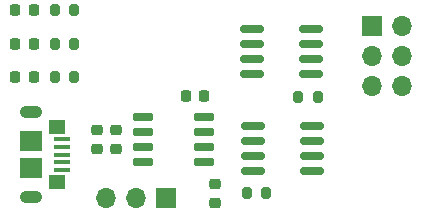
<source format=gbr>
%TF.GenerationSoftware,KiCad,Pcbnew,7.0.2*%
%TF.CreationDate,2023-06-02T20:19:36-04:00*%
%TF.ProjectId,Zaelio_USB_YHP,5a61656c-696f-45f5-9553-425f5948502e,rev?*%
%TF.SameCoordinates,Original*%
%TF.FileFunction,Soldermask,Top*%
%TF.FilePolarity,Negative*%
%FSLAX46Y46*%
G04 Gerber Fmt 4.6, Leading zero omitted, Abs format (unit mm)*
G04 Created by KiCad (PCBNEW 7.0.2) date 2023-06-02 20:19:36*
%MOMM*%
%LPD*%
G01*
G04 APERTURE LIST*
G04 Aperture macros list*
%AMRoundRect*
0 Rectangle with rounded corners*
0 $1 Rounding radius*
0 $2 $3 $4 $5 $6 $7 $8 $9 X,Y pos of 4 corners*
0 Add a 4 corners polygon primitive as box body*
4,1,4,$2,$3,$4,$5,$6,$7,$8,$9,$2,$3,0*
0 Add four circle primitives for the rounded corners*
1,1,$1+$1,$2,$3*
1,1,$1+$1,$4,$5*
1,1,$1+$1,$6,$7*
1,1,$1+$1,$8,$9*
0 Add four rect primitives between the rounded corners*
20,1,$1+$1,$2,$3,$4,$5,0*
20,1,$1+$1,$4,$5,$6,$7,0*
20,1,$1+$1,$6,$7,$8,$9,0*
20,1,$1+$1,$8,$9,$2,$3,0*%
G04 Aperture macros list end*
%ADD10R,1.700000X1.700000*%
%ADD11O,1.700000X1.700000*%
%ADD12RoundRect,0.150000X-0.725000X-0.150000X0.725000X-0.150000X0.725000X0.150000X-0.725000X0.150000X0*%
%ADD13RoundRect,0.200000X0.200000X0.275000X-0.200000X0.275000X-0.200000X-0.275000X0.200000X-0.275000X0*%
%ADD14RoundRect,0.218750X-0.218750X-0.256250X0.218750X-0.256250X0.218750X0.256250X-0.218750X0.256250X0*%
%ADD15RoundRect,0.225000X0.225000X0.250000X-0.225000X0.250000X-0.225000X-0.250000X0.225000X-0.250000X0*%
%ADD16RoundRect,0.150000X0.825000X0.150000X-0.825000X0.150000X-0.825000X-0.150000X0.825000X-0.150000X0*%
%ADD17RoundRect,0.150000X-0.825000X-0.150000X0.825000X-0.150000X0.825000X0.150000X-0.825000X0.150000X0*%
%ADD18RoundRect,0.200000X-0.200000X-0.275000X0.200000X-0.275000X0.200000X0.275000X-0.200000X0.275000X0*%
%ADD19RoundRect,0.225000X-0.250000X0.225000X-0.250000X-0.225000X0.250000X-0.225000X0.250000X0.225000X0*%
%ADD20R,1.400000X0.400000*%
%ADD21O,1.900000X1.050000*%
%ADD22R,1.450000X1.150000*%
%ADD23R,1.900000X1.750000*%
G04 APERTURE END LIST*
D10*
%TO.C,J1*%
X142790000Y-49595000D03*
D11*
X145330000Y-49595000D03*
X142790000Y-52135000D03*
X145330000Y-52135000D03*
X142790000Y-54675000D03*
X145330000Y-54675000D03*
%TD*%
D10*
%TO.C,J3*%
X125390000Y-64110000D03*
D11*
X122850000Y-64110000D03*
X120310000Y-64110000D03*
%TD*%
D12*
%TO.C,U4*%
X123415000Y-57255000D03*
X123415000Y-58525000D03*
X123415000Y-59795000D03*
X123415000Y-61065000D03*
X128565000Y-61065000D03*
X128565000Y-59795000D03*
X128565000Y-58525000D03*
X128565000Y-57255000D03*
%TD*%
D13*
%TO.C,R4*%
X117580000Y-51060000D03*
X115930000Y-51060000D03*
%TD*%
D14*
%TO.C,D2*%
X112582500Y-51080000D03*
X114157500Y-51080000D03*
%TD*%
D15*
%TO.C,C1*%
X128585000Y-55510000D03*
X127035000Y-55510000D03*
%TD*%
D14*
%TO.C,D1*%
X112582500Y-48220000D03*
X114157500Y-48220000D03*
%TD*%
D16*
%TO.C,U1*%
X137615000Y-53615000D03*
X137615000Y-52345000D03*
X137615000Y-51075000D03*
X137615000Y-49805000D03*
X132665000Y-49805000D03*
X132665000Y-51075000D03*
X132665000Y-52345000D03*
X132665000Y-53615000D03*
%TD*%
D17*
%TO.C,U2*%
X132735000Y-58005000D03*
X132735000Y-59275000D03*
X132735000Y-60545000D03*
X132735000Y-61815000D03*
X137685000Y-61815000D03*
X137685000Y-60545000D03*
X137685000Y-59275000D03*
X137685000Y-58005000D03*
%TD*%
D18*
%TO.C,R2*%
X132185000Y-63740000D03*
X133835000Y-63740000D03*
%TD*%
D19*
%TO.C,C3*%
X119480000Y-58405000D03*
X119480000Y-59955000D03*
%TD*%
D14*
%TO.C,D3*%
X112582500Y-53900000D03*
X114157500Y-53900000D03*
%TD*%
D13*
%TO.C,R3*%
X117580000Y-48220000D03*
X115930000Y-48220000D03*
%TD*%
D19*
%TO.C,C4*%
X121150000Y-58395000D03*
X121150000Y-59945000D03*
%TD*%
D20*
%TO.C,J2*%
X116530000Y-59145000D03*
X116530000Y-59795000D03*
X116530000Y-60445000D03*
X116530000Y-61095000D03*
X116530000Y-61745000D03*
D21*
X113880000Y-56870000D03*
D22*
X116110000Y-58125000D03*
D23*
X113880000Y-59320000D03*
X113880000Y-61570000D03*
D22*
X116110000Y-62765000D03*
D21*
X113880000Y-64020000D03*
%TD*%
D13*
%TO.C,R5*%
X117580000Y-53900000D03*
X115930000Y-53900000D03*
%TD*%
D18*
%TO.C,R1*%
X136560000Y-55550000D03*
X138210000Y-55550000D03*
%TD*%
D19*
%TO.C,C2*%
X129470000Y-62955000D03*
X129470000Y-64505000D03*
%TD*%
M02*

</source>
